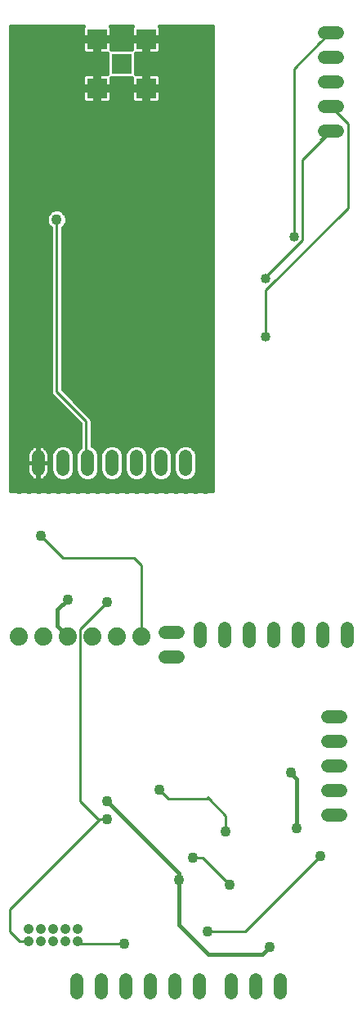
<source format=gbl>
G75*
%MOIN*%
%OFA0B0*%
%FSLAX25Y25*%
%IPPOS*%
%LPD*%
%AMOC8*
5,1,8,0,0,1.08239X$1,22.5*
%
%ADD10C,0.05400*%
%ADD11R,0.08299X0.08299*%
%ADD12R,0.07906X0.07906*%
%ADD13C,0.04134*%
%ADD14C,0.07400*%
%ADD15C,0.04356*%
%ADD16C,0.01600*%
%ADD17C,0.01000*%
%ADD18C,0.04000*%
D10*
X0051750Y0036800D02*
X0051750Y0042200D01*
X0061750Y0042200D02*
X0061750Y0036800D01*
X0071750Y0036800D02*
X0071750Y0042200D01*
X0081750Y0042200D02*
X0081750Y0036800D01*
X0091750Y0036800D02*
X0091750Y0042200D01*
X0101750Y0042200D02*
X0101750Y0036800D01*
X0114750Y0036800D02*
X0114750Y0042200D01*
X0124750Y0042200D02*
X0124750Y0036800D01*
X0134750Y0036800D02*
X0134750Y0042200D01*
X0154050Y0109250D02*
X0159450Y0109250D01*
X0159450Y0119250D02*
X0154050Y0119250D01*
X0154050Y0129250D02*
X0159450Y0129250D01*
X0159450Y0139250D02*
X0154050Y0139250D01*
X0154050Y0149250D02*
X0159450Y0149250D01*
X0162000Y0179800D02*
X0162000Y0185200D01*
X0152000Y0185200D02*
X0152000Y0179800D01*
X0142000Y0179800D02*
X0142000Y0185200D01*
X0132000Y0185200D02*
X0132000Y0179800D01*
X0122000Y0179800D02*
X0122000Y0185200D01*
X0112000Y0185200D02*
X0112000Y0179800D01*
X0102000Y0179800D02*
X0102000Y0185200D01*
X0093200Y0183500D02*
X0087800Y0183500D01*
X0087800Y0173500D02*
X0093200Y0173500D01*
X0096000Y0249800D02*
X0096000Y0255200D01*
X0086000Y0255200D02*
X0086000Y0249800D01*
X0076000Y0249800D02*
X0076000Y0255200D01*
X0066000Y0255200D02*
X0066000Y0249800D01*
X0056000Y0249800D02*
X0056000Y0255200D01*
X0046000Y0255200D02*
X0046000Y0249800D01*
X0036000Y0249800D02*
X0036000Y0255200D01*
X0152800Y0387500D02*
X0158200Y0387500D01*
X0158200Y0397500D02*
X0152800Y0397500D01*
X0152800Y0407500D02*
X0158200Y0407500D01*
X0158200Y0417500D02*
X0152800Y0417500D01*
X0152800Y0427500D02*
X0158200Y0427500D01*
D11*
X0080000Y0425000D03*
X0080000Y0405000D03*
X0060000Y0405000D03*
X0060000Y0425000D03*
D12*
X0070000Y0415000D03*
D13*
X0052000Y0063000D03*
X0052000Y0058000D03*
X0047000Y0058000D03*
X0047000Y0063000D03*
X0042000Y0063000D03*
X0042000Y0058000D03*
X0037000Y0058000D03*
X0037000Y0063000D03*
X0032000Y0063000D03*
X0032000Y0058000D03*
D14*
X0028000Y0182000D03*
X0038000Y0182000D03*
X0048000Y0182000D03*
X0058000Y0182000D03*
X0068000Y0182000D03*
X0078000Y0182000D03*
D15*
X0064000Y0196000D03*
X0048000Y0197000D03*
X0037000Y0223000D03*
X0027000Y0245000D03*
X0027000Y0255000D03*
X0027000Y0265000D03*
X0027000Y0275000D03*
X0055000Y0280000D03*
X0065000Y0280000D03*
X0075000Y0280000D03*
X0105000Y0275000D03*
X0105000Y0265000D03*
X0105000Y0255000D03*
X0105000Y0245000D03*
X0090000Y0360000D03*
X0090000Y0370000D03*
X0090000Y0390000D03*
X0090000Y0400000D03*
X0090000Y0410000D03*
X0090000Y0420000D03*
X0090000Y0428000D03*
X0100000Y0428000D03*
X0100000Y0420000D03*
X0100000Y0410000D03*
X0100000Y0400000D03*
X0100000Y0390000D03*
X0080000Y0370000D03*
X0080000Y0360000D03*
X0070000Y0360000D03*
X0070000Y0370000D03*
X0060000Y0370000D03*
X0060000Y0360000D03*
X0050000Y0360000D03*
X0050000Y0370000D03*
X0043500Y0351500D03*
X0040000Y0360000D03*
X0040000Y0370000D03*
X0040000Y0390000D03*
X0040000Y0400000D03*
X0040000Y0410000D03*
X0040000Y0420000D03*
X0040000Y0428000D03*
X0030000Y0428000D03*
X0030000Y0420000D03*
X0030000Y0410000D03*
X0030000Y0400000D03*
X0030000Y0390000D03*
X0050000Y0390000D03*
X0050000Y0400000D03*
X0050000Y0410000D03*
X0050000Y0420000D03*
X0050000Y0428000D03*
X0139000Y0126500D03*
X0141500Y0104000D03*
X0151000Y0092500D03*
X0130500Y0055500D03*
X0114000Y0081000D03*
X0105000Y0062000D03*
X0099000Y0092000D03*
X0093500Y0083000D03*
X0085500Y0119500D03*
X0064000Y0115000D03*
X0064000Y0107500D03*
X0071000Y0057000D03*
X0112500Y0102500D03*
D16*
X0093500Y0085500D02*
X0093500Y0083000D01*
X0093500Y0064500D01*
X0105500Y0052500D01*
X0127500Y0052500D01*
X0130500Y0055500D01*
X0141500Y0104000D02*
X0141500Y0124000D01*
X0139000Y0126500D01*
X0093500Y0085500D02*
X0064000Y0115000D01*
X0048000Y0182000D02*
X0043750Y0186250D01*
X0043750Y0192750D01*
X0048000Y0197000D01*
X0047658Y0241000D02*
X0047229Y0241178D01*
X0044771Y0241178D01*
X0044342Y0241000D01*
X0043658Y0241000D01*
X0043229Y0241178D01*
X0040771Y0241178D01*
X0040342Y0241000D01*
X0039658Y0241000D01*
X0039229Y0241178D01*
X0036771Y0241178D01*
X0036342Y0241000D01*
X0035658Y0241000D01*
X0035229Y0241178D01*
X0032771Y0241178D01*
X0032342Y0241000D01*
X0031658Y0241000D01*
X0031229Y0241178D01*
X0028771Y0241178D01*
X0028342Y0241000D01*
X0027658Y0241000D01*
X0027229Y0241178D01*
X0024800Y0241178D01*
X0024800Y0430200D01*
X0054378Y0430200D01*
X0054173Y0429844D01*
X0054050Y0429387D01*
X0054050Y0425775D01*
X0059225Y0425775D01*
X0059225Y0424225D01*
X0060775Y0424225D01*
X0060775Y0425775D01*
X0065950Y0425775D01*
X0065950Y0429387D01*
X0065827Y0429844D01*
X0065622Y0430200D01*
X0074378Y0430200D01*
X0074173Y0429844D01*
X0074050Y0429387D01*
X0074050Y0425775D01*
X0079225Y0425775D01*
X0079225Y0424225D01*
X0074050Y0424225D01*
X0074050Y0420953D01*
X0065950Y0420953D01*
X0065950Y0424225D01*
X0060775Y0424225D01*
X0060775Y0425775D01*
X0065950Y0425775D01*
X0065950Y0429387D01*
X0065827Y0429844D01*
X0065622Y0430200D01*
X0074378Y0430200D01*
X0074173Y0429844D01*
X0074050Y0429387D01*
X0074050Y0425775D01*
X0079225Y0425775D01*
X0079225Y0424225D01*
X0080775Y0424225D01*
X0080775Y0425775D01*
X0085950Y0425775D01*
X0085950Y0429387D01*
X0085827Y0429844D01*
X0085622Y0430200D01*
X0107000Y0430200D01*
X0107000Y0241178D01*
X0106922Y0241178D01*
X0100700Y0255325D01*
X0100700Y0256135D01*
X0099984Y0257862D01*
X0099270Y0258577D01*
X0024800Y0427907D01*
X0024800Y0430200D01*
X0054378Y0430200D01*
X0054173Y0429844D01*
X0054050Y0429387D01*
X0054050Y0425775D01*
X0059225Y0425775D01*
X0059225Y0424225D01*
X0059225Y0419050D01*
X0055613Y0419050D01*
X0055156Y0419173D01*
X0054745Y0419410D01*
X0054410Y0419745D01*
X0054173Y0420156D01*
X0054050Y0420613D01*
X0054050Y0424225D01*
X0059225Y0424225D01*
X0060775Y0424225D01*
X0065950Y0424225D01*
X0065950Y0420953D01*
X0074050Y0420953D01*
X0074050Y0424225D01*
X0079225Y0424225D01*
X0079225Y0419050D01*
X0075953Y0419050D01*
X0075953Y0410950D01*
X0079225Y0410950D01*
X0079225Y0405775D01*
X0080775Y0405775D01*
X0080775Y0410950D01*
X0084387Y0410950D01*
X0084844Y0410827D01*
X0085255Y0410590D01*
X0085590Y0410255D01*
X0085827Y0409844D01*
X0085950Y0409387D01*
X0085950Y0405775D01*
X0080775Y0405775D01*
X0080775Y0404225D01*
X0085950Y0404225D01*
X0085950Y0400613D01*
X0085827Y0400156D01*
X0085590Y0399745D01*
X0085255Y0399410D01*
X0084844Y0399173D01*
X0084387Y0399050D01*
X0080775Y0399050D01*
X0080775Y0404225D01*
X0080775Y0405775D01*
X0079225Y0405775D01*
X0079225Y0410950D01*
X0075953Y0410950D01*
X0075953Y0419050D01*
X0079225Y0419050D01*
X0079225Y0424225D01*
X0080775Y0424225D01*
X0085950Y0424225D01*
X0085950Y0420613D01*
X0085827Y0420156D01*
X0085590Y0419745D01*
X0085255Y0419410D01*
X0084844Y0419173D01*
X0084387Y0419050D01*
X0080775Y0419050D01*
X0080775Y0424225D01*
X0080775Y0425775D01*
X0085950Y0425775D01*
X0085950Y0429387D01*
X0085827Y0429844D01*
X0085622Y0430200D01*
X0107000Y0430200D01*
X0107000Y0241178D01*
X0104771Y0241178D01*
X0104342Y0241000D01*
X0103658Y0241000D01*
X0103229Y0241178D01*
X0100771Y0241178D01*
X0100342Y0241000D01*
X0099658Y0241000D01*
X0099229Y0241178D01*
X0096771Y0241178D01*
X0096342Y0241000D01*
X0095658Y0241000D01*
X0095229Y0241178D01*
X0092771Y0241178D01*
X0092342Y0241000D01*
X0091658Y0241000D01*
X0091229Y0241178D01*
X0088771Y0241178D01*
X0088342Y0241000D01*
X0087658Y0241000D01*
X0087229Y0241178D01*
X0084771Y0241178D01*
X0084342Y0241000D01*
X0083658Y0241000D01*
X0083229Y0241178D01*
X0080771Y0241178D01*
X0080342Y0241000D01*
X0079658Y0241000D01*
X0079229Y0241178D01*
X0076771Y0241178D01*
X0076342Y0241000D01*
X0075658Y0241000D01*
X0075229Y0241178D01*
X0072771Y0241178D01*
X0072342Y0241000D01*
X0071658Y0241000D01*
X0071229Y0241178D01*
X0068771Y0241178D01*
X0068342Y0241000D01*
X0067658Y0241000D01*
X0067229Y0241178D01*
X0064771Y0241178D01*
X0064342Y0241000D01*
X0063658Y0241000D01*
X0063229Y0241178D01*
X0060771Y0241178D01*
X0060342Y0241000D01*
X0059658Y0241000D01*
X0059229Y0241178D01*
X0056771Y0241178D01*
X0056342Y0241000D01*
X0055658Y0241000D01*
X0055229Y0241178D01*
X0052771Y0241178D01*
X0052342Y0241000D01*
X0051658Y0241000D01*
X0051229Y0241178D01*
X0048771Y0241178D01*
X0048342Y0241000D01*
X0047658Y0241000D01*
X0046935Y0245100D02*
X0048662Y0245816D01*
X0049984Y0247138D01*
X0050700Y0248865D01*
X0050700Y0256135D01*
X0049984Y0257862D01*
X0048662Y0259184D01*
X0046935Y0259900D01*
X0045065Y0259900D01*
X0043338Y0259184D01*
X0042016Y0257862D01*
X0041300Y0256135D01*
X0041300Y0248865D01*
X0042016Y0247138D01*
X0043338Y0245816D01*
X0045065Y0245100D01*
X0046935Y0245100D01*
X0048129Y0245595D02*
X0053871Y0245595D01*
X0053338Y0245816D02*
X0055065Y0245100D01*
X0056935Y0245100D01*
X0058662Y0245816D01*
X0059984Y0247138D01*
X0060700Y0248865D01*
X0060700Y0256135D01*
X0059984Y0257862D01*
X0058662Y0259184D01*
X0058000Y0259459D01*
X0058000Y0269997D01*
X0057619Y0270916D01*
X0056916Y0271619D01*
X0046000Y0282536D01*
X0046000Y0348091D01*
X0047042Y0349133D01*
X0047678Y0350669D01*
X0047678Y0352331D01*
X0047042Y0353867D01*
X0045867Y0355042D01*
X0044331Y0355678D01*
X0042669Y0355678D01*
X0041133Y0355042D01*
X0039958Y0353867D01*
X0039322Y0352331D01*
X0039322Y0350669D01*
X0039958Y0349133D01*
X0041000Y0348091D01*
X0041000Y0281003D01*
X0041381Y0280084D01*
X0053000Y0268464D01*
X0053000Y0258847D01*
X0052016Y0257862D01*
X0051300Y0256135D01*
X0051300Y0248865D01*
X0052016Y0247138D01*
X0053338Y0245816D01*
X0051993Y0247193D02*
X0050007Y0247193D01*
X0050670Y0248792D02*
X0051330Y0248792D01*
X0051300Y0250390D02*
X0050700Y0250390D01*
X0050700Y0251989D02*
X0051300Y0251989D01*
X0051300Y0253587D02*
X0050700Y0253587D01*
X0050700Y0255186D02*
X0051300Y0255186D01*
X0051569Y0256784D02*
X0050431Y0256784D01*
X0049464Y0258383D02*
X0052536Y0258383D01*
X0053000Y0259981D02*
X0024800Y0259981D01*
X0024800Y0258383D02*
X0032819Y0258383D01*
X0033068Y0258632D02*
X0032568Y0258132D01*
X0032151Y0257559D01*
X0031830Y0256927D01*
X0031611Y0256254D01*
X0031500Y0255554D01*
X0031500Y0252600D01*
X0035900Y0252600D01*
X0035900Y0259700D01*
X0035646Y0259700D01*
X0034946Y0259589D01*
X0034273Y0259370D01*
X0033641Y0259049D01*
X0033068Y0258632D01*
X0031783Y0256784D02*
X0024800Y0256784D01*
X0024800Y0255186D02*
X0031500Y0255186D01*
X0031500Y0253587D02*
X0024800Y0253587D01*
X0024800Y0251989D02*
X0031500Y0251989D01*
X0031500Y0252400D02*
X0031500Y0249446D01*
X0031611Y0248746D01*
X0031830Y0248073D01*
X0032151Y0247441D01*
X0032568Y0246868D01*
X0033068Y0246368D01*
X0033641Y0245951D01*
X0034273Y0245630D01*
X0034946Y0245411D01*
X0035646Y0245300D01*
X0035900Y0245300D01*
X0035900Y0252400D01*
X0036100Y0252400D01*
X0036100Y0252600D01*
X0040500Y0252600D01*
X0040500Y0255554D01*
X0040389Y0256254D01*
X0040170Y0256927D01*
X0039849Y0257559D01*
X0039432Y0258132D01*
X0038932Y0258632D01*
X0038359Y0259049D01*
X0037727Y0259370D01*
X0037054Y0259589D01*
X0036354Y0259700D01*
X0036100Y0259700D01*
X0036100Y0252600D01*
X0035900Y0252600D01*
X0035900Y0252400D01*
X0031500Y0252400D01*
X0031500Y0250390D02*
X0024800Y0250390D01*
X0024800Y0248792D02*
X0031604Y0248792D01*
X0032332Y0247193D02*
X0024800Y0247193D01*
X0024800Y0245595D02*
X0034381Y0245595D01*
X0035900Y0245595D02*
X0036100Y0245595D01*
X0036100Y0245300D02*
X0036354Y0245300D01*
X0037054Y0245411D01*
X0037727Y0245630D01*
X0038359Y0245951D01*
X0038932Y0246368D01*
X0039432Y0246868D01*
X0039849Y0247441D01*
X0040170Y0248073D01*
X0040389Y0248746D01*
X0040500Y0249446D01*
X0040500Y0252400D01*
X0036100Y0252400D01*
X0036100Y0245300D01*
X0037619Y0245595D02*
X0043871Y0245595D01*
X0041993Y0247193D02*
X0039668Y0247193D01*
X0040396Y0248792D02*
X0041330Y0248792D01*
X0041300Y0250390D02*
X0040500Y0250390D01*
X0040500Y0251989D02*
X0041300Y0251989D01*
X0041300Y0253587D02*
X0040500Y0253587D01*
X0040500Y0255186D02*
X0041300Y0255186D01*
X0041569Y0256784D02*
X0040217Y0256784D01*
X0039181Y0258383D02*
X0042536Y0258383D01*
X0048695Y0272769D02*
X0024800Y0272769D01*
X0024800Y0271171D02*
X0050294Y0271171D01*
X0051892Y0269572D02*
X0024800Y0269572D01*
X0024800Y0267974D02*
X0053000Y0267974D01*
X0053000Y0266375D02*
X0024800Y0266375D01*
X0024800Y0264777D02*
X0053000Y0264777D01*
X0053000Y0263178D02*
X0024800Y0263178D01*
X0024800Y0261580D02*
X0053000Y0261580D01*
X0057365Y0271171D02*
X0107000Y0271171D01*
X0093731Y0271171D01*
X0093028Y0272769D02*
X0107000Y0272769D01*
X0055766Y0272769D01*
X0054168Y0274368D02*
X0107000Y0274368D01*
X0092325Y0274368D01*
X0091622Y0275966D02*
X0107000Y0275966D01*
X0052569Y0275966D01*
X0050971Y0277565D02*
X0107000Y0277565D01*
X0090919Y0277565D01*
X0090216Y0279163D02*
X0107000Y0279163D01*
X0049372Y0279163D01*
X0047774Y0280762D02*
X0107000Y0280762D01*
X0089513Y0280762D01*
X0088810Y0282360D02*
X0107000Y0282360D01*
X0046175Y0282360D01*
X0046000Y0283959D02*
X0107000Y0283959D01*
X0088107Y0283959D01*
X0087404Y0285557D02*
X0107000Y0285557D01*
X0046000Y0285557D01*
X0046000Y0287156D02*
X0107000Y0287156D01*
X0086701Y0287156D01*
X0085998Y0288754D02*
X0107000Y0288754D01*
X0046000Y0288754D01*
X0046000Y0290353D02*
X0107000Y0290353D01*
X0085295Y0290353D01*
X0084592Y0291951D02*
X0107000Y0291951D01*
X0046000Y0291951D01*
X0046000Y0293550D02*
X0107000Y0293550D01*
X0083889Y0293550D01*
X0083186Y0295148D02*
X0107000Y0295148D01*
X0046000Y0295148D01*
X0046000Y0296747D02*
X0107000Y0296747D01*
X0082483Y0296747D01*
X0081780Y0298345D02*
X0107000Y0298345D01*
X0046000Y0298345D01*
X0046000Y0299944D02*
X0107000Y0299944D01*
X0081077Y0299944D01*
X0080374Y0301542D02*
X0107000Y0301542D01*
X0046000Y0301542D01*
X0046000Y0303141D02*
X0107000Y0303141D01*
X0079671Y0303141D01*
X0078968Y0304739D02*
X0107000Y0304739D01*
X0046000Y0304739D01*
X0046000Y0306338D02*
X0107000Y0306338D01*
X0078265Y0306338D01*
X0077562Y0307937D02*
X0107000Y0307937D01*
X0046000Y0307937D01*
X0046000Y0309535D02*
X0107000Y0309535D01*
X0076859Y0309535D01*
X0076156Y0311134D02*
X0107000Y0311134D01*
X0046000Y0311134D01*
X0046000Y0312732D02*
X0107000Y0312732D01*
X0075453Y0312732D01*
X0074750Y0314331D02*
X0107000Y0314331D01*
X0046000Y0314331D01*
X0046000Y0315929D02*
X0107000Y0315929D01*
X0074047Y0315929D01*
X0073344Y0317528D02*
X0107000Y0317528D01*
X0046000Y0317528D01*
X0046000Y0319126D02*
X0107000Y0319126D01*
X0072641Y0319126D01*
X0071938Y0320725D02*
X0107000Y0320725D01*
X0046000Y0320725D01*
X0046000Y0322323D02*
X0107000Y0322323D01*
X0071235Y0322323D01*
X0070532Y0323922D02*
X0107000Y0323922D01*
X0046000Y0323922D01*
X0046000Y0325520D02*
X0107000Y0325520D01*
X0069829Y0325520D01*
X0069126Y0327119D02*
X0107000Y0327119D01*
X0046000Y0327119D01*
X0046000Y0328717D02*
X0107000Y0328717D01*
X0068423Y0328717D01*
X0067720Y0330316D02*
X0107000Y0330316D01*
X0046000Y0330316D01*
X0046000Y0331914D02*
X0107000Y0331914D01*
X0067017Y0331914D01*
X0066314Y0333513D02*
X0107000Y0333513D01*
X0046000Y0333513D01*
X0046000Y0335111D02*
X0107000Y0335111D01*
X0065611Y0335111D01*
X0064908Y0336710D02*
X0107000Y0336710D01*
X0046000Y0336710D01*
X0046000Y0338308D02*
X0107000Y0338308D01*
X0064205Y0338308D01*
X0063502Y0339907D02*
X0107000Y0339907D01*
X0046000Y0339907D01*
X0046000Y0341505D02*
X0107000Y0341505D01*
X0062799Y0341505D01*
X0062096Y0343104D02*
X0107000Y0343104D01*
X0046000Y0343104D01*
X0046000Y0344702D02*
X0107000Y0344702D01*
X0061393Y0344702D01*
X0060690Y0346301D02*
X0107000Y0346301D01*
X0046000Y0346301D01*
X0046000Y0347899D02*
X0107000Y0347899D01*
X0059987Y0347899D01*
X0059284Y0349498D02*
X0107000Y0349498D01*
X0047193Y0349498D01*
X0047678Y0351096D02*
X0107000Y0351096D01*
X0058581Y0351096D01*
X0057878Y0352695D02*
X0107000Y0352695D01*
X0047527Y0352695D01*
X0046615Y0354293D02*
X0107000Y0354293D01*
X0057175Y0354293D01*
X0056472Y0355892D02*
X0107000Y0355892D01*
X0024800Y0355892D01*
X0024800Y0357490D02*
X0107000Y0357490D01*
X0055769Y0357490D01*
X0055066Y0359089D02*
X0107000Y0359089D01*
X0024800Y0359089D01*
X0024800Y0360687D02*
X0107000Y0360687D01*
X0054363Y0360687D01*
X0053660Y0362286D02*
X0107000Y0362286D01*
X0024800Y0362286D01*
X0024800Y0363884D02*
X0107000Y0363884D01*
X0052957Y0363884D01*
X0052254Y0365483D02*
X0107000Y0365483D01*
X0024800Y0365483D01*
X0024800Y0367081D02*
X0107000Y0367081D01*
X0051551Y0367081D01*
X0050848Y0368680D02*
X0107000Y0368680D01*
X0024800Y0368680D01*
X0024800Y0370278D02*
X0107000Y0370278D01*
X0050145Y0370278D01*
X0049442Y0371877D02*
X0107000Y0371877D01*
X0024800Y0371877D01*
X0024800Y0373475D02*
X0107000Y0373475D01*
X0048739Y0373475D01*
X0048036Y0375074D02*
X0107000Y0375074D01*
X0024800Y0375074D01*
X0024800Y0376672D02*
X0107000Y0376672D01*
X0047333Y0376672D01*
X0046630Y0378271D02*
X0107000Y0378271D01*
X0024800Y0378271D01*
X0024800Y0379870D02*
X0107000Y0379870D01*
X0045927Y0379870D01*
X0045223Y0381468D02*
X0107000Y0381468D01*
X0024800Y0381468D01*
X0024800Y0383067D02*
X0107000Y0383067D01*
X0044520Y0383067D01*
X0043817Y0384665D02*
X0107000Y0384665D01*
X0024800Y0384665D01*
X0024800Y0386264D02*
X0107000Y0386264D01*
X0043114Y0386264D01*
X0042411Y0387862D02*
X0107000Y0387862D01*
X0024800Y0387862D01*
X0024800Y0389461D02*
X0107000Y0389461D01*
X0041708Y0389461D01*
X0041005Y0391059D02*
X0107000Y0391059D01*
X0024800Y0391059D01*
X0024800Y0392658D02*
X0107000Y0392658D01*
X0040302Y0392658D01*
X0039599Y0394256D02*
X0107000Y0394256D01*
X0024800Y0394256D01*
X0024800Y0395855D02*
X0107000Y0395855D01*
X0038896Y0395855D01*
X0038193Y0397453D02*
X0107000Y0397453D01*
X0024800Y0397453D01*
X0024800Y0399052D02*
X0055609Y0399052D01*
X0037490Y0399052D01*
X0036787Y0400650D02*
X0054050Y0400650D01*
X0024800Y0400650D01*
X0024800Y0402249D02*
X0054050Y0402249D01*
X0036084Y0402249D01*
X0035381Y0403847D02*
X0054050Y0403847D01*
X0024800Y0403847D01*
X0024800Y0405446D02*
X0059225Y0405446D01*
X0034678Y0405446D01*
X0033975Y0407044D02*
X0054050Y0407044D01*
X0024800Y0407044D01*
X0024800Y0408643D02*
X0054050Y0408643D01*
X0033272Y0408643D01*
X0032569Y0410241D02*
X0054402Y0410241D01*
X0024800Y0410241D01*
X0024800Y0411840D02*
X0064047Y0411840D01*
X0031866Y0411840D01*
X0031163Y0413438D02*
X0064047Y0413438D01*
X0024800Y0413438D01*
X0024800Y0415037D02*
X0064047Y0415037D01*
X0030460Y0415037D01*
X0029757Y0416635D02*
X0064047Y0416635D01*
X0024800Y0416635D01*
X0024800Y0418234D02*
X0064047Y0418234D01*
X0029054Y0418234D01*
X0028351Y0419832D02*
X0054360Y0419832D01*
X0024800Y0419832D01*
X0024800Y0421431D02*
X0054050Y0421431D01*
X0027648Y0421431D01*
X0026945Y0423029D02*
X0054050Y0423029D01*
X0024800Y0423029D01*
X0024800Y0424628D02*
X0059225Y0424628D01*
X0026242Y0424628D01*
X0025539Y0426226D02*
X0054050Y0426226D01*
X0024800Y0426226D01*
X0024800Y0427825D02*
X0054050Y0427825D01*
X0024836Y0427825D01*
X0024800Y0429423D02*
X0054060Y0429423D01*
X0024800Y0429423D01*
X0054050Y0424225D02*
X0054050Y0420613D01*
X0054173Y0420156D01*
X0054410Y0419745D01*
X0054745Y0419410D01*
X0055156Y0419173D01*
X0055613Y0419050D01*
X0059225Y0419050D01*
X0059225Y0424225D01*
X0054050Y0424225D01*
X0059225Y0423029D02*
X0060775Y0423029D01*
X0059225Y0423029D01*
X0059225Y0421431D02*
X0060775Y0421431D01*
X0059225Y0421431D01*
X0059225Y0419832D02*
X0060775Y0419832D01*
X0059225Y0419832D01*
X0060775Y0419050D02*
X0064047Y0419050D01*
X0064047Y0410950D01*
X0060775Y0410950D01*
X0060775Y0405775D01*
X0065950Y0405775D01*
X0065950Y0409047D01*
X0074050Y0409047D01*
X0074050Y0405775D01*
X0079225Y0405775D01*
X0079225Y0404225D01*
X0080775Y0404225D01*
X0085950Y0404225D01*
X0085950Y0400613D01*
X0085827Y0400156D01*
X0085590Y0399745D01*
X0085255Y0399410D01*
X0084844Y0399173D01*
X0084387Y0399050D01*
X0080775Y0399050D01*
X0080775Y0404225D01*
X0079225Y0404225D01*
X0079225Y0399050D01*
X0075613Y0399050D01*
X0075156Y0399173D01*
X0074745Y0399410D01*
X0074410Y0399745D01*
X0074173Y0400156D01*
X0074050Y0400613D01*
X0074050Y0404225D01*
X0079225Y0404225D01*
X0079225Y0399050D01*
X0075613Y0399050D01*
X0075156Y0399173D01*
X0074745Y0399410D01*
X0074410Y0399745D01*
X0074173Y0400156D01*
X0074050Y0400613D01*
X0074050Y0404225D01*
X0079225Y0404225D01*
X0079225Y0405775D01*
X0074050Y0405775D01*
X0074050Y0409047D01*
X0065950Y0409047D01*
X0065950Y0405775D01*
X0060775Y0405775D01*
X0060775Y0404225D01*
X0065950Y0404225D01*
X0065950Y0400613D01*
X0065827Y0400156D01*
X0065590Y0399745D01*
X0065255Y0399410D01*
X0064844Y0399173D01*
X0064387Y0399050D01*
X0060775Y0399050D01*
X0060775Y0404225D01*
X0060775Y0405775D01*
X0059225Y0405775D01*
X0059225Y0410950D01*
X0055613Y0410950D01*
X0055156Y0410827D01*
X0054745Y0410590D01*
X0054410Y0410255D01*
X0054173Y0409844D01*
X0054050Y0409387D01*
X0054050Y0405775D01*
X0059225Y0405775D01*
X0059225Y0410950D01*
X0055613Y0410950D01*
X0055156Y0410827D01*
X0054745Y0410590D01*
X0054410Y0410255D01*
X0054173Y0409844D01*
X0054050Y0409387D01*
X0054050Y0405775D01*
X0059225Y0405775D01*
X0060775Y0405775D01*
X0060775Y0410950D01*
X0064047Y0410950D01*
X0064047Y0419050D01*
X0060775Y0419050D01*
X0060775Y0424225D01*
X0060775Y0419050D01*
X0060775Y0424628D02*
X0079225Y0424628D01*
X0060775Y0424628D01*
X0065950Y0426226D02*
X0074050Y0426226D01*
X0065950Y0426226D01*
X0065950Y0427825D02*
X0074050Y0427825D01*
X0065950Y0427825D01*
X0065940Y0429423D02*
X0074060Y0429423D01*
X0065940Y0429423D01*
X0065950Y0423029D02*
X0074050Y0423029D01*
X0065950Y0423029D01*
X0065950Y0421431D02*
X0074050Y0421431D01*
X0065950Y0421431D01*
X0060775Y0410241D02*
X0059225Y0410241D01*
X0060775Y0410241D01*
X0060775Y0408643D02*
X0059225Y0408643D01*
X0060775Y0408643D01*
X0060775Y0407044D02*
X0059225Y0407044D01*
X0060775Y0407044D01*
X0060775Y0405446D02*
X0079225Y0405446D01*
X0060775Y0405446D01*
X0060775Y0404225D02*
X0065950Y0404225D01*
X0065950Y0400613D01*
X0065827Y0400156D01*
X0065590Y0399745D01*
X0065255Y0399410D01*
X0064844Y0399173D01*
X0064387Y0399050D01*
X0060775Y0399050D01*
X0060775Y0404225D01*
X0059225Y0404225D01*
X0059225Y0399050D01*
X0055613Y0399050D01*
X0055156Y0399173D01*
X0054745Y0399410D01*
X0054410Y0399745D01*
X0054173Y0400156D01*
X0054050Y0400613D01*
X0054050Y0404225D01*
X0059225Y0404225D01*
X0059225Y0405775D01*
X0059225Y0404225D01*
X0060775Y0404225D01*
X0060775Y0403847D02*
X0059225Y0403847D01*
X0060775Y0403847D01*
X0059225Y0404225D02*
X0059225Y0399050D01*
X0055613Y0399050D01*
X0055156Y0399173D01*
X0054745Y0399410D01*
X0054410Y0399745D01*
X0054173Y0400156D01*
X0054050Y0400613D01*
X0054050Y0404225D01*
X0059225Y0404225D01*
X0059225Y0402249D02*
X0060775Y0402249D01*
X0059225Y0402249D01*
X0059225Y0400650D02*
X0060775Y0400650D01*
X0059225Y0400650D01*
X0059225Y0399052D02*
X0060775Y0399052D01*
X0059225Y0399052D01*
X0064391Y0399052D02*
X0075609Y0399052D01*
X0064391Y0399052D01*
X0065950Y0400650D02*
X0074050Y0400650D01*
X0065950Y0400650D01*
X0065950Y0402249D02*
X0074050Y0402249D01*
X0065950Y0402249D01*
X0065950Y0403847D02*
X0074050Y0403847D01*
X0065950Y0403847D01*
X0065950Y0407044D02*
X0074050Y0407044D01*
X0065950Y0407044D01*
X0065950Y0408643D02*
X0074050Y0408643D01*
X0065950Y0408643D01*
X0075953Y0411840D02*
X0107000Y0411840D01*
X0075953Y0411840D01*
X0075953Y0413438D02*
X0107000Y0413438D01*
X0075953Y0413438D01*
X0075953Y0415037D02*
X0107000Y0415037D01*
X0075953Y0415037D01*
X0075953Y0416635D02*
X0107000Y0416635D01*
X0075953Y0416635D01*
X0075953Y0418234D02*
X0107000Y0418234D01*
X0075953Y0418234D01*
X0079225Y0419832D02*
X0080775Y0419832D01*
X0079225Y0419832D01*
X0079225Y0421431D02*
X0080775Y0421431D01*
X0079225Y0421431D01*
X0079225Y0423029D02*
X0080775Y0423029D01*
X0079225Y0423029D01*
X0080775Y0424225D02*
X0080775Y0419050D01*
X0084387Y0419050D01*
X0084844Y0419173D01*
X0085255Y0419410D01*
X0085590Y0419745D01*
X0085827Y0420156D01*
X0085950Y0420613D01*
X0085950Y0424225D01*
X0080775Y0424225D01*
X0080775Y0424628D02*
X0107000Y0424628D01*
X0080775Y0424628D01*
X0085950Y0426226D02*
X0107000Y0426226D01*
X0085950Y0426226D01*
X0085950Y0427825D02*
X0107000Y0427825D01*
X0085950Y0427825D01*
X0085940Y0429423D02*
X0107000Y0429423D01*
X0085940Y0429423D01*
X0085950Y0423029D02*
X0107000Y0423029D01*
X0085950Y0423029D01*
X0085950Y0421431D02*
X0107000Y0421431D01*
X0085950Y0421431D01*
X0085640Y0419832D02*
X0107000Y0419832D01*
X0085640Y0419832D01*
X0084387Y0410950D02*
X0080775Y0410950D01*
X0080775Y0405775D01*
X0085950Y0405775D01*
X0085950Y0409387D01*
X0085827Y0409844D01*
X0085590Y0410255D01*
X0085255Y0410590D01*
X0084844Y0410827D01*
X0084387Y0410950D01*
X0085598Y0410241D02*
X0107000Y0410241D01*
X0085598Y0410241D01*
X0085950Y0408643D02*
X0107000Y0408643D01*
X0085950Y0408643D01*
X0085950Y0407044D02*
X0107000Y0407044D01*
X0085950Y0407044D01*
X0085950Y0403847D02*
X0107000Y0403847D01*
X0085950Y0403847D01*
X0085950Y0402249D02*
X0107000Y0402249D01*
X0085950Y0402249D01*
X0085950Y0400650D02*
X0107000Y0400650D01*
X0085950Y0400650D01*
X0084391Y0399052D02*
X0107000Y0399052D01*
X0084391Y0399052D01*
X0080775Y0399052D02*
X0079225Y0399052D01*
X0080775Y0399052D01*
X0080775Y0400650D02*
X0079225Y0400650D01*
X0080775Y0400650D01*
X0080775Y0402249D02*
X0079225Y0402249D01*
X0080775Y0402249D01*
X0080775Y0403847D02*
X0079225Y0403847D01*
X0080775Y0403847D01*
X0080775Y0405446D02*
X0107000Y0405446D01*
X0080775Y0405446D01*
X0080775Y0407044D02*
X0079225Y0407044D01*
X0080775Y0407044D01*
X0080775Y0408643D02*
X0079225Y0408643D01*
X0080775Y0408643D01*
X0080775Y0410241D02*
X0079225Y0410241D01*
X0080775Y0410241D01*
X0040385Y0354293D02*
X0024800Y0354293D01*
X0024800Y0352695D02*
X0039473Y0352695D01*
X0039322Y0351096D02*
X0024800Y0351096D01*
X0024800Y0349498D02*
X0039807Y0349498D01*
X0041000Y0347899D02*
X0024800Y0347899D01*
X0024800Y0346301D02*
X0041000Y0346301D01*
X0041000Y0344702D02*
X0024800Y0344702D01*
X0024800Y0343104D02*
X0041000Y0343104D01*
X0041000Y0341505D02*
X0024800Y0341505D01*
X0024800Y0339907D02*
X0041000Y0339907D01*
X0041000Y0338308D02*
X0024800Y0338308D01*
X0024800Y0336710D02*
X0041000Y0336710D01*
X0041000Y0335111D02*
X0024800Y0335111D01*
X0024800Y0333513D02*
X0041000Y0333513D01*
X0041000Y0331914D02*
X0024800Y0331914D01*
X0024800Y0330316D02*
X0041000Y0330316D01*
X0041000Y0328717D02*
X0024800Y0328717D01*
X0024800Y0327119D02*
X0041000Y0327119D01*
X0041000Y0325520D02*
X0024800Y0325520D01*
X0024800Y0323922D02*
X0041000Y0323922D01*
X0041000Y0322323D02*
X0024800Y0322323D01*
X0024800Y0320725D02*
X0041000Y0320725D01*
X0041000Y0319126D02*
X0024800Y0319126D01*
X0024800Y0317528D02*
X0041000Y0317528D01*
X0041000Y0315929D02*
X0024800Y0315929D01*
X0024800Y0314331D02*
X0041000Y0314331D01*
X0041000Y0312732D02*
X0024800Y0312732D01*
X0024800Y0311134D02*
X0041000Y0311134D01*
X0041000Y0309535D02*
X0024800Y0309535D01*
X0024800Y0307937D02*
X0041000Y0307937D01*
X0041000Y0306338D02*
X0024800Y0306338D01*
X0024800Y0304739D02*
X0041000Y0304739D01*
X0041000Y0303141D02*
X0024800Y0303141D01*
X0024800Y0301542D02*
X0041000Y0301542D01*
X0041000Y0299944D02*
X0024800Y0299944D01*
X0024800Y0298345D02*
X0041000Y0298345D01*
X0041000Y0296747D02*
X0024800Y0296747D01*
X0024800Y0295148D02*
X0041000Y0295148D01*
X0041000Y0293550D02*
X0024800Y0293550D01*
X0024800Y0291951D02*
X0041000Y0291951D01*
X0041000Y0290353D02*
X0024800Y0290353D01*
X0024800Y0288754D02*
X0041000Y0288754D01*
X0041000Y0287156D02*
X0024800Y0287156D01*
X0024800Y0285557D02*
X0041000Y0285557D01*
X0041000Y0283959D02*
X0024800Y0283959D01*
X0024800Y0282360D02*
X0041000Y0282360D01*
X0041100Y0280762D02*
X0024800Y0280762D01*
X0024800Y0279163D02*
X0042301Y0279163D01*
X0043900Y0277565D02*
X0024800Y0277565D01*
X0024800Y0275966D02*
X0045498Y0275966D01*
X0047097Y0274368D02*
X0024800Y0274368D01*
X0035900Y0258383D02*
X0036100Y0258383D01*
X0036100Y0256784D02*
X0035900Y0256784D01*
X0035900Y0255186D02*
X0036100Y0255186D01*
X0036100Y0253587D02*
X0035900Y0253587D01*
X0035900Y0251989D02*
X0036100Y0251989D01*
X0036100Y0250390D02*
X0035900Y0250390D01*
X0035900Y0248792D02*
X0036100Y0248792D01*
X0036100Y0247193D02*
X0035900Y0247193D01*
X0024800Y0243996D02*
X0107000Y0243996D01*
X0105682Y0243996D01*
X0104979Y0245595D02*
X0107000Y0245595D01*
X0098129Y0245595D01*
X0098662Y0245816D02*
X0099984Y0247138D01*
X0100700Y0248865D01*
X0100700Y0256135D01*
X0099984Y0257862D01*
X0098662Y0259184D01*
X0096935Y0259900D01*
X0095065Y0259900D01*
X0093338Y0259184D01*
X0092016Y0257862D01*
X0091300Y0256135D01*
X0091300Y0248865D01*
X0092016Y0247138D01*
X0093338Y0245816D01*
X0095065Y0245100D01*
X0096935Y0245100D01*
X0098662Y0245816D01*
X0100007Y0247193D02*
X0107000Y0247193D01*
X0104276Y0247193D01*
X0103573Y0248792D02*
X0107000Y0248792D01*
X0100670Y0248792D01*
X0100700Y0250390D02*
X0107000Y0250390D01*
X0102870Y0250390D01*
X0102167Y0251989D02*
X0107000Y0251989D01*
X0100700Y0251989D01*
X0100700Y0253587D02*
X0107000Y0253587D01*
X0101464Y0253587D01*
X0100761Y0255186D02*
X0107000Y0255186D01*
X0100700Y0255186D01*
X0100431Y0256784D02*
X0107000Y0256784D01*
X0100431Y0256784D01*
X0099464Y0258383D02*
X0107000Y0258383D01*
X0099464Y0258383D01*
X0098652Y0259981D02*
X0107000Y0259981D01*
X0058000Y0259981D01*
X0058000Y0261580D02*
X0107000Y0261580D01*
X0097949Y0261580D01*
X0097246Y0263178D02*
X0107000Y0263178D01*
X0058000Y0263178D01*
X0058000Y0264777D02*
X0107000Y0264777D01*
X0096543Y0264777D01*
X0095840Y0266375D02*
X0107000Y0266375D01*
X0058000Y0266375D01*
X0058000Y0267974D02*
X0107000Y0267974D01*
X0095137Y0267974D01*
X0094434Y0269572D02*
X0107000Y0269572D01*
X0058000Y0269572D01*
X0059464Y0258383D02*
X0062536Y0258383D01*
X0062016Y0257862D02*
X0061300Y0256135D01*
X0061300Y0248865D01*
X0062016Y0247138D01*
X0063338Y0245816D01*
X0065065Y0245100D01*
X0066935Y0245100D01*
X0068662Y0245816D01*
X0069984Y0247138D01*
X0070700Y0248865D01*
X0070700Y0256135D01*
X0069984Y0257862D01*
X0068662Y0259184D01*
X0066935Y0259900D01*
X0065065Y0259900D01*
X0063338Y0259184D01*
X0062016Y0257862D01*
X0061569Y0256784D02*
X0060431Y0256784D01*
X0060700Y0255186D02*
X0061300Y0255186D01*
X0061300Y0253587D02*
X0060700Y0253587D01*
X0060700Y0251989D02*
X0061300Y0251989D01*
X0061300Y0250390D02*
X0060700Y0250390D01*
X0060670Y0248792D02*
X0061330Y0248792D01*
X0061993Y0247193D02*
X0060007Y0247193D01*
X0058129Y0245595D02*
X0063871Y0245595D01*
X0068129Y0245595D02*
X0073871Y0245595D01*
X0073338Y0245816D02*
X0075065Y0245100D01*
X0076935Y0245100D01*
X0078662Y0245816D01*
X0079984Y0247138D01*
X0080700Y0248865D01*
X0080700Y0256135D01*
X0079984Y0257862D01*
X0078662Y0259184D01*
X0076935Y0259900D01*
X0075065Y0259900D01*
X0073338Y0259184D01*
X0072016Y0257862D01*
X0071300Y0256135D01*
X0071300Y0248865D01*
X0072016Y0247138D01*
X0073338Y0245816D01*
X0071993Y0247193D02*
X0070007Y0247193D01*
X0070670Y0248792D02*
X0071330Y0248792D01*
X0071300Y0250390D02*
X0070700Y0250390D01*
X0070700Y0251989D02*
X0071300Y0251989D01*
X0071300Y0253587D02*
X0070700Y0253587D01*
X0070700Y0255186D02*
X0071300Y0255186D01*
X0071569Y0256784D02*
X0070431Y0256784D01*
X0069464Y0258383D02*
X0072536Y0258383D01*
X0078129Y0245595D02*
X0083871Y0245595D01*
X0083338Y0245816D02*
X0085065Y0245100D01*
X0086935Y0245100D01*
X0088662Y0245816D01*
X0089984Y0247138D01*
X0090700Y0248865D01*
X0090700Y0256135D01*
X0089984Y0257862D01*
X0088662Y0259184D01*
X0086935Y0259900D01*
X0085065Y0259900D01*
X0083338Y0259184D01*
X0082016Y0257862D01*
X0081300Y0256135D01*
X0081300Y0248865D01*
X0082016Y0247138D01*
X0083338Y0245816D01*
X0081993Y0247193D02*
X0080007Y0247193D01*
X0080670Y0248792D02*
X0081330Y0248792D01*
X0081300Y0250390D02*
X0080700Y0250390D01*
X0080700Y0251989D02*
X0081300Y0251989D01*
X0081300Y0253587D02*
X0080700Y0253587D01*
X0080700Y0255186D02*
X0081300Y0255186D01*
X0081569Y0256784D02*
X0080431Y0256784D01*
X0079464Y0258383D02*
X0082536Y0258383D01*
X0088129Y0245595D02*
X0093871Y0245595D01*
X0091993Y0247193D02*
X0090007Y0247193D01*
X0090670Y0248792D02*
X0091330Y0248792D01*
X0091300Y0250390D02*
X0090700Y0250390D01*
X0090700Y0251989D02*
X0091300Y0251989D01*
X0091300Y0253587D02*
X0090700Y0253587D01*
X0090700Y0255186D02*
X0091300Y0255186D01*
X0091569Y0256784D02*
X0090431Y0256784D01*
X0089464Y0258383D02*
X0092536Y0258383D01*
X0106385Y0242398D02*
X0107000Y0242398D01*
X0024800Y0242398D01*
D17*
X0024500Y0062000D02*
X0028500Y0058000D01*
X0032000Y0058000D01*
X0024500Y0062000D02*
X0024500Y0071000D01*
X0061000Y0107500D01*
X0064000Y0107500D01*
X0060500Y0107500D01*
X0053000Y0115000D01*
X0053000Y0185000D01*
X0064000Y0196000D01*
X0078000Y0211000D02*
X0075000Y0214000D01*
X0046000Y0214000D01*
X0037000Y0223000D01*
X0056000Y0252500D02*
X0055500Y0253000D01*
X0055500Y0269500D01*
X0043500Y0281500D01*
X0043500Y0351500D01*
X0078000Y0211000D02*
X0078000Y0182000D01*
X0085500Y0119500D02*
X0089250Y0115750D01*
X0105750Y0115750D01*
X0105000Y0116500D01*
X0105750Y0115750D02*
X0112500Y0109000D01*
X0112500Y0102500D01*
X0103000Y0092000D02*
X0114000Y0081000D01*
X0120500Y0062000D02*
X0151000Y0092500D01*
X0120500Y0062000D02*
X0105000Y0062000D01*
X0103000Y0092000D02*
X0099000Y0092000D01*
X0071000Y0057000D02*
X0053000Y0057000D01*
X0052000Y0058000D01*
X0128800Y0304000D02*
X0128800Y0322733D01*
X0162400Y0356333D01*
X0162400Y0389900D01*
X0162500Y0390000D01*
X0162500Y0390500D01*
X0155500Y0397500D01*
X0157200Y0396000D01*
X0155500Y0387500D02*
X0143800Y0375800D01*
X0143800Y0343133D01*
X0128800Y0328133D01*
X0128800Y0327400D01*
X0140500Y0344500D02*
X0140500Y0412900D01*
X0151300Y0423700D01*
X0155500Y0427500D01*
X0155500Y0387500D02*
X0151300Y0384100D01*
D18*
X0140500Y0344500D03*
X0128800Y0327400D03*
X0128800Y0304000D03*
M02*

</source>
